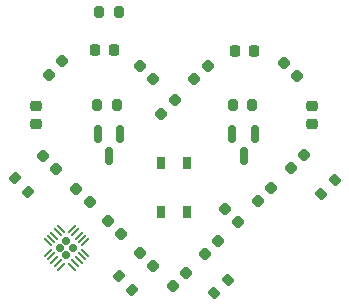
<source format=gbr>
%TF.GenerationSoftware,KiCad,Pcbnew,7.0.7*%
%TF.CreationDate,2024-04-02T17:30:46-04:00*%
%TF.ProjectId,battery_leds,62617474-6572-4795-9f6c-6564732e6b69,rev?*%
%TF.SameCoordinates,Original*%
%TF.FileFunction,Paste,Top*%
%TF.FilePolarity,Positive*%
%FSLAX46Y46*%
G04 Gerber Fmt 4.6, Leading zero omitted, Abs format (unit mm)*
G04 Created by KiCad (PCBNEW 7.0.7) date 2024-04-02 17:30:46*
%MOMM*%
%LPD*%
G01*
G04 APERTURE LIST*
G04 Aperture macros list*
%AMRoundRect*
0 Rectangle with rounded corners*
0 $1 Rounding radius*
0 $2 $3 $4 $5 $6 $7 $8 $9 X,Y pos of 4 corners*
0 Add a 4 corners polygon primitive as box body*
4,1,4,$2,$3,$4,$5,$6,$7,$8,$9,$2,$3,0*
0 Add four circle primitives for the rounded corners*
1,1,$1+$1,$2,$3*
1,1,$1+$1,$4,$5*
1,1,$1+$1,$6,$7*
1,1,$1+$1,$8,$9*
0 Add four rect primitives between the rounded corners*
20,1,$1+$1,$2,$3,$4,$5,0*
20,1,$1+$1,$4,$5,$6,$7,0*
20,1,$1+$1,$6,$7,$8,$9,0*
20,1,$1+$1,$8,$9,$2,$3,0*%
G04 Aperture macros list end*
%ADD10RoundRect,0.200000X0.335876X0.053033X0.053033X0.335876X-0.335876X-0.053033X-0.053033X-0.335876X0*%
%ADD11RoundRect,0.150000X-0.150000X0.587500X-0.150000X-0.587500X0.150000X-0.587500X0.150000X0.587500X0*%
%ADD12RoundRect,0.218750X-0.218750X-0.256250X0.218750X-0.256250X0.218750X0.256250X-0.218750X0.256250X0*%
%ADD13RoundRect,0.218750X-0.335876X-0.026517X-0.026517X-0.335876X0.335876X0.026517X0.026517X0.335876X0*%
%ADD14RoundRect,0.218750X0.256250X-0.218750X0.256250X0.218750X-0.256250X0.218750X-0.256250X-0.218750X0*%
%ADD15RoundRect,0.218750X0.335876X0.026517X0.026517X0.335876X-0.335876X-0.026517X-0.026517X-0.335876X0*%
%ADD16RoundRect,0.218750X-0.026517X0.335876X-0.335876X0.026517X0.026517X-0.335876X0.335876X-0.026517X0*%
%ADD17RoundRect,0.218750X0.026517X-0.335876X0.335876X-0.026517X-0.026517X0.335876X-0.335876X0.026517X0*%
%ADD18RoundRect,0.200000X0.200000X0.275000X-0.200000X0.275000X-0.200000X-0.275000X0.200000X-0.275000X0*%
%ADD19RoundRect,0.218750X-0.256250X0.218750X-0.256250X-0.218750X0.256250X-0.218750X0.256250X0.218750X0*%
%ADD20RoundRect,0.167500X0.000000X-0.236881X0.236881X0.000000X0.000000X0.236881X-0.236881X0.000000X0*%
%ADD21RoundRect,0.050000X-0.229810X-0.300520X0.300520X0.229810X0.229810X0.300520X-0.300520X-0.229810X0*%
%ADD22RoundRect,0.050000X0.229810X-0.300520X0.300520X-0.229810X-0.229810X0.300520X-0.300520X0.229810X0*%
%ADD23RoundRect,0.200000X-0.053033X0.335876X-0.335876X0.053033X0.053033X-0.335876X0.335876X-0.053033X0*%
%ADD24R,0.650000X1.050000*%
G04 APERTURE END LIST*
D10*
%TO.C,R1*%
X135133364Y-100420864D03*
X133966638Y-99254138D03*
%TD*%
D11*
%TO.C,Q2*%
X142900001Y-95500001D03*
X141000001Y-95500001D03*
X141950001Y-97375001D03*
%TD*%
D12*
%TO.C,D2*%
X140762501Y-88437501D03*
X142337501Y-88437501D03*
%TD*%
D13*
%TO.C,D1*%
X144593154Y-89780654D03*
X145706848Y-90894348D03*
%TD*%
D11*
%TO.C,Q1*%
X154300001Y-95500001D03*
X152400001Y-95500001D03*
X153350001Y-97375001D03*
%TD*%
D14*
%TO.C,D17*%
X159150001Y-94725001D03*
X159150001Y-93150001D03*
%TD*%
D13*
%TO.C,D13*%
X151793154Y-101880654D03*
X152906848Y-102994348D03*
%TD*%
D15*
%TO.C,D5*%
X137506848Y-98494348D03*
X136393154Y-97380654D03*
%TD*%
D16*
%TO.C,D12*%
X151206848Y-104580654D03*
X150093154Y-105694348D03*
%TD*%
%TO.C,D3*%
X138006848Y-89380654D03*
X136893154Y-90494348D03*
%TD*%
D17*
%TO.C,D18*%
X149193154Y-90894348D03*
X150306848Y-89780654D03*
%TD*%
D15*
%TO.C,D10*%
X143006848Y-103994348D03*
X141893154Y-102880654D03*
%TD*%
D18*
%TO.C,R15*%
X142600003Y-93037501D03*
X140950003Y-93037501D03*
%TD*%
D15*
%TO.C,D6*%
X140306848Y-101294348D03*
X139193154Y-100180654D03*
%TD*%
D19*
%TO.C,D4*%
X135750001Y-93150001D03*
X135750001Y-94725001D03*
%TD*%
D15*
%TO.C,D19*%
X157906848Y-90594348D03*
X156793154Y-89480654D03*
%TD*%
D17*
%TO.C,D14*%
X154593154Y-101194348D03*
X155706848Y-100080654D03*
%TD*%
%TO.C,D20*%
X146393154Y-93794348D03*
X147506848Y-92680654D03*
%TD*%
D18*
%TO.C,R4*%
X142775001Y-85237501D03*
X141125001Y-85237501D03*
%TD*%
D12*
%TO.C,D7*%
X152662501Y-88537501D03*
X154237501Y-88537501D03*
%TD*%
D20*
%TO.C,U1*%
X137770173Y-105157673D03*
X138350001Y-105737501D03*
X138350001Y-104577845D03*
X138929829Y-105157673D03*
D21*
X136759011Y-105617292D03*
X137041853Y-105900135D03*
X137324696Y-106182978D03*
X137607539Y-106465821D03*
X137890382Y-106748663D03*
D22*
X138809620Y-106748663D03*
X139092463Y-106465821D03*
X139375306Y-106182978D03*
X139658149Y-105900135D03*
X139940991Y-105617292D03*
D21*
X139940991Y-104698054D03*
X139658149Y-104415211D03*
X139375306Y-104132368D03*
X139092463Y-103849525D03*
X138809620Y-103566683D03*
D22*
X137890382Y-103566683D03*
X137607539Y-103849525D03*
X137324696Y-104132368D03*
X137041853Y-104415211D03*
X136759011Y-104698054D03*
%TD*%
D17*
%TO.C,D16*%
X157393154Y-98394348D03*
X158506848Y-97280654D03*
%TD*%
D18*
%TO.C,R6*%
X154104290Y-93061650D03*
X152454290Y-93061650D03*
%TD*%
D23*
%TO.C,R3*%
X152033364Y-107854138D03*
X150866638Y-109020864D03*
%TD*%
%TO.C,R2*%
X161050001Y-99437501D03*
X159883275Y-100604227D03*
%TD*%
D16*
%TO.C,D11*%
X148506848Y-107280654D03*
X147393154Y-108394348D03*
%TD*%
D24*
%TO.C,SW2*%
X148525001Y-97962501D03*
X148525001Y-102112501D03*
X146375001Y-97962501D03*
X146375001Y-102112501D03*
%TD*%
D15*
%TO.C,D15*%
X145706848Y-106694348D03*
X144593154Y-105580654D03*
%TD*%
D10*
%TO.C,R5*%
X143933364Y-108720864D03*
X142766638Y-107554138D03*
%TD*%
M02*

</source>
